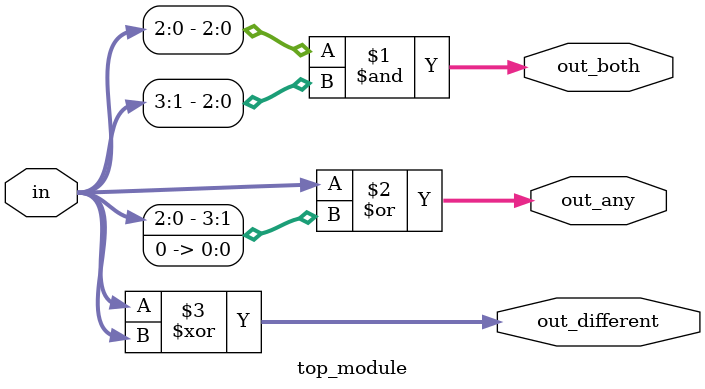
<source format=sv>
module top_module (
	input [3:0] in,
	output [2:0] out_both,
	output [3:0] out_any,
	output [3:0] out_different
);

	assign out_both = in[2:0] & in[3:1];
	assign out_any = in[3:0] | {in[2:0], 1'b0};
	assign out_different = in ^ {in[3:1], in[0]};

endmodule

</source>
